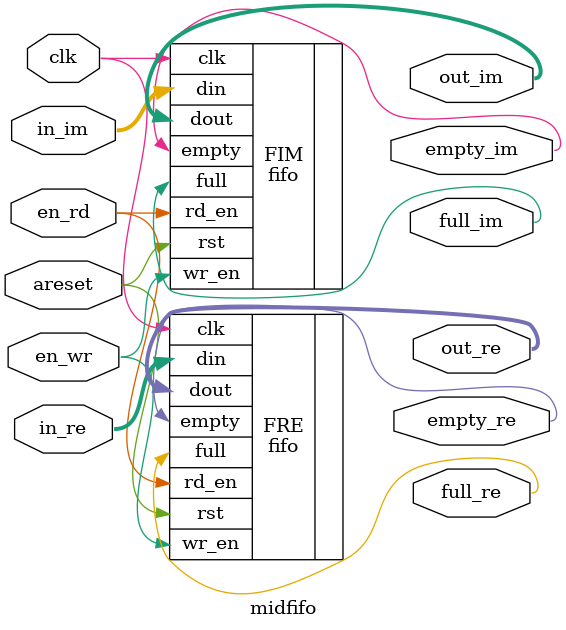
<source format=v>
`timescale 1ns / 1ps
module midfifo
#(
	parameter width=16,
	parameter depth=32
)
(
	input clk,
	input areset,
	input en_wr,
	input en_rd,
	input signed [width-1:0] in_re,
	input signed [width-1:0] in_im,
	output signed [width-1:0] out_re,
	output signed [width-1:0] out_im,
	output full_re,
	output full_im,
	output empty_re,
	output empty_im
);
	//FIFO with first-word-fall-through
	fifo FRE(
		.clk(clk),
		.rst(areset),
		.wr_en(en_wr),
		.din(in_re),
		.rd_en(en_rd),
		.dout(out_re),
		.full(full_re),
		.empty(empty_re)
	);
	
	fifo FIM(
		.clk(clk),
		.rst(areset),
		.wr_en(en_wr),
		.din(in_im),
		.rd_en(en_rd),
		.dout(out_im),
		.full(full_im),
		.empty(empty_im)
	);
	
endmodule

</source>
